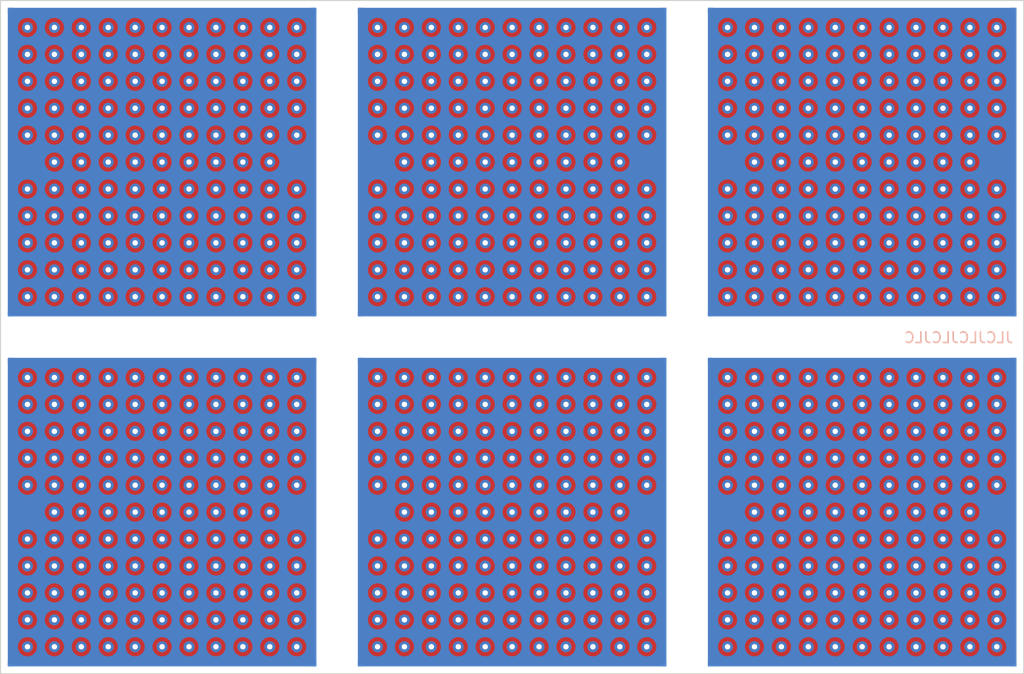
<source format=kicad_pcb>
(kicad_pcb (version 20241229) (generator "pcbnew") (generator_version "9.0")
  (layers (0 "F.Cu" signal) (2 "B.Cu" signal) (13 "F.Paste" user) (15 "B.Paste" user) (5 "F.SilkS" user "F.Silkscreen") (7 "B.SilkS" user "B.Silkscreen") (1 "F.Mask" user) (3 "B.Mask" user) (25 "Edge.Cuts" user))
  (net 0 "")
  (net 1 "GND1")
  (net 121 "GND2")
  (net 241 "GND3")
  (net 361 "GND4")
  (net 481 "GND5")
  (net 601 "GND6")
  (footprint "RF_ProtoBoard:RF_ProtoBoard_Module" (layer "F.Cu") (at 33.02 33.02)
    (property "Reference" "A1" (hide yes))
    (property "Value" " " (hide yes))
  )
  (footprint "RF_ProtoBoard:RF_ProtoBoard_Module" (layer "F.Cu") (at 99.06 66.04)
    (property "Reference" "A6" (hide yes))
    (property "Value" " " (hide yes))
  )
  (footprint "RF_ProtoBoard:RF_ProtoBoard_Module" (layer "F.Cu") (at 66.04 66.04)
    (property "Reference" "A5" (hide yes))
    (property "Value" " " (hide yes))
  )
  (footprint "RF_ProtoBoard:RF_ProtoBoard_Module" (layer "F.Cu") (at 33.02 66.04)
    (property "Reference" "A4" (hide yes))
    (property "Value" " " (hide yes))
  )
  (footprint "RF_ProtoBoard:RF_ProtoBoard_Module" (layer "F.Cu") (at 66.04 33.02)
    (property "Reference" "A2" (hide yes))
    (property "Value" " " (hide yes))
  )
  (footprint "RF_ProtoBoard:RF_ProtoBoard_Module" (layer "F.Cu") (at 99.06 33.02)
    (property "Reference" "A3" (hide yes))
    (property "Value" " " (hide yes))
  )
  (gr_rect (start 17.78 17.78) (end 114.3 81.28) (stroke (width 0.1)) (fill no) (layer "Edge.Cuts"))
  (gr_text "JLCJLCJLCJLC" (at 113.411 50.165 0) (layer "B.SilkS") (effects (font (size 1 1)) (justify left bottom mirror)))
  (zone (net 601) (net_name "GND6") (layer "B.Cu") (priority 5) (connect_pads (clearance 0)) (min_thickness 0.25) (fill yes (thermal_gap 0.5) (thermal_bridge_width 0.5))
    (polygon (pts (xy 84.5058 51.4858) (xy 84.5058 80.5942) (xy 113.6142 80.5942) (xy 113.6142 51.4858)))
  )
  (zone (net 121) (net_name "GND2") (layer "B.Cu") (priority 1) (connect_pads (clearance 0)) (min_thickness 0.25) (fill yes (thermal_gap 0.5) (thermal_bridge_width 0.5))
    (polygon (pts (xy 51.4858 18.4658) (xy 51.4858 47.5742) (xy 80.5942 47.5742) (xy 80.5942 18.4658)))
  )
  (zone (net 241) (net_name "GND3") (layer "B.Cu") (priority 2) (connect_pads (clearance 0)) (min_thickness 0.25) (fill yes (thermal_gap 0.5) (thermal_bridge_width 0.5))
    (polygon (pts (xy 84.5058 18.4658) (xy 84.5058 47.5742) (xy 113.6142 47.5742) (xy 113.6142 18.4658)))
  )
  (zone (net 481) (net_name "GND5") (layer "B.Cu") (priority 4) (connect_pads (clearance 0)) (min_thickness 0.25) (fill yes (thermal_gap 0.5) (thermal_bridge_width 0.5))
    (polygon (pts (xy 51.4858 51.4858) (xy 51.4858 80.5942) (xy 80.5942 80.5942) (xy 80.5942 51.4858)))
  )
  (zone (net 1) (net_name "GND1") (layer "B.Cu") (connect_pads (clearance 0)) (min_thickness 0.25) (fill yes (thermal_gap 0.5) (thermal_bridge_width 0.5))
    (polygon (pts (xy 18.4658 18.4658) (xy 18.4658 47.5742) (xy 47.5742 47.5742) (xy 47.5742 18.4658)))
  )
  (zone (net 361) (net_name "GND4") (layer "B.Cu") (priority 3) (connect_pads (clearance 0)) (min_thickness 0.25) (fill yes (thermal_gap 0.5) (thermal_bridge_width 0.5))
    (polygon (pts (xy 18.4658 51.4858) (xy 18.4658 80.5942) (xy 47.5742 80.5942) (xy 47.5742 51.4858)))
  )
)
</source>
